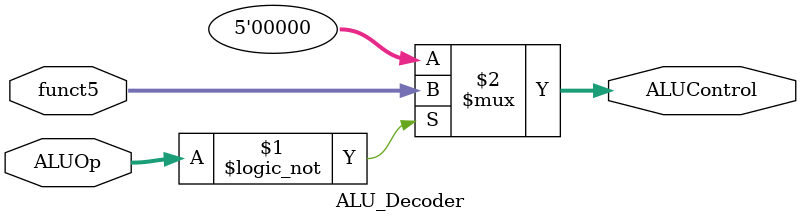
<source format=v>
module ALU_Decoder(
    input [1:0] ALUOp,
    input [4:0] funct5,
    output [4:0] ALUControl
);

assign ALUControl = (ALUOp == 2'b00) ? funct5 : 5'b00000;

endmodule
</source>
